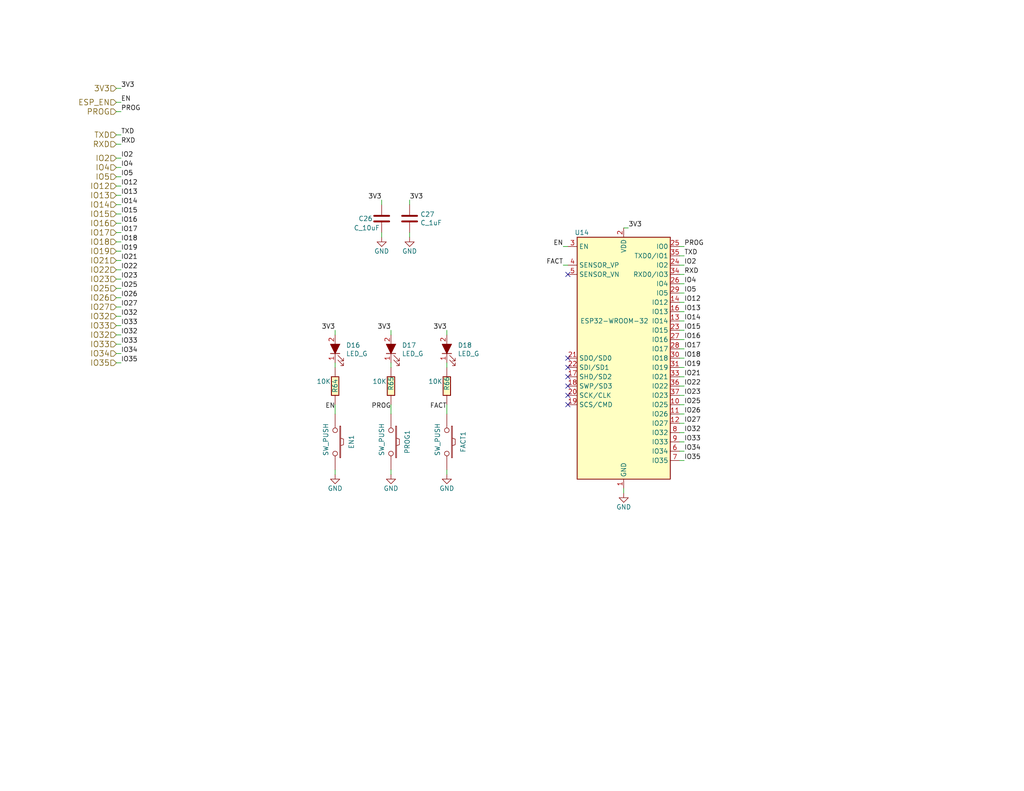
<source format=kicad_sch>
(kicad_sch (version 20211123) (generator eeschema)
  (paper "USLetter")
  (lib_symbols
    (symbol "LED_G_1" (pin_names (offset 1.016) hide)
      (property "Reference" "D" (at 0 2.54 0))
      (property "Value" "LED_G_1" (at 0 -2.54 0))
      (symbol "LED_G_1_0_1"
        (polyline (pts (xy -1.27 -1.27) (xy -1.27 1.27)) (stroke (width 0.2032)))
        (polyline (pts (xy 1.27 -1.27) (xy 1.27 1.27) (xy -1.27 0) (xy 1.27 -1.27)) (stroke (width 0.2032)) (fill (type outline)))
        (polyline (pts (xy -3.048 -0.762) (xy -4.572 -2.286) (xy -3.81 -2.286) (xy -4.572 -2.286) (xy -4.572 -1.524)))
        (polyline (pts (xy -1.778 -0.762) (xy -3.302 -2.286) (xy -2.54 -2.286) (xy -3.302 -2.286) (xy -3.302 -1.524)))
      )
      (symbol "LED_G_1_1_1"
        (pin passive line (at -3.81 0 0) (length 2.54) (name "K") (number "1"))
        (pin passive line (at 3.81 0 180) (length 2.54) (name "A") (number "2"))
      )
    )
    (symbol "Open Automation:R_10K_0402" (pin_numbers hide) (pin_names (offset 0))
      (property "Reference" "R" (at 0 0 90))
      (property "Value" "R_10K_0402" (at -1.905 0 90))
      (symbol "R_10K_0402_0_1"
        (rectangle (start -1.016 -2.54) (end 1.016 2.54) (stroke (width 0.254)) (fill (type background)))
      )
      (symbol "R_10K_0402_1_1"
        (pin passive line (at 0 -5.08 90) (length 2.54) (name "~") (number "1"))
        (pin passive line (at 0 5.08 270) (length 2.54) (name "~") (number "2"))
      )
    )
    (symbol "Open_Automation:C_10uF" (pin_numbers hide) (pin_names (offset 0.254))
      (property "Reference" "C" (at 0.635 2.54 0))
      (property "Value" "C_10uF" (at 1.27 -2.54 0))
      (symbol "C_10uF_0_1"
        (polyline (pts (xy -2.032 -0.762) (xy 2.032 -0.762)) (stroke (width 0.508)))
        (polyline (pts (xy -2.032 0.762) (xy 2.032 0.762)) (stroke (width 0.508)))
      )
      (symbol "C_10uF_1_1"
        (pin passive line (at 0 3.81 270) (length 2.794) (name "~") (number "1"))
        (pin passive line (at 0 -3.81 90) (length 2.794) (name "~") (number "2"))
      )
    )
    (symbol "Open_Automation:C_1uF" (pin_numbers hide) (pin_names (offset 0.254))
      (property "Reference" "C" (at 0.635 2.54 0))
      (property "Value" "C_1uF" (at -5.715 -2.54 0))
      (symbol "C_1uF_0_1"
        (polyline (pts (xy -2.032 -0.762) (xy 2.032 -0.762)) (stroke (width 0.508)))
        (polyline (pts (xy -2.032 0.762) (xy 2.032 0.762)) (stroke (width 0.508)))
      )
      (symbol "C_1uF_1_1"
        (pin passive line (at 0 3.81 270) (length 2.794) (name "~") (number "1"))
        (pin passive line (at 0 -3.81 90) (length 2.794) (name "~") (number "2"))
      )
    )
    (symbol "Open_Automation:ESP32-WROOM-32"
      (property "Reference" "U" (at -12.7 34.29 0))
      (property "Value" "ESP32-WROOM-32" (at 1.27 34.29 0))
      (symbol "ESP32-WROOM-32_0_1"
        (rectangle (start -12.7 33.02) (end 12.7 -33.02) (stroke (width 0.254)) (fill (type background)))
      )
      (symbol "ESP32-WROOM-32_1_1"
        (pin power_in line (at 0 -35.56 90) (length 2.54) (name "GND") (number "1"))
        (pin bidirectional line (at 15.24 -12.7 180) (length 2.54) (name "IO25") (number "10"))
        (pin bidirectional line (at 15.24 -15.24 180) (length 2.54) (name "IO26") (number "11"))
        (pin bidirectional line (at 15.24 -17.78 180) (length 2.54) (name "IO27") (number "12"))
        (pin bidirectional line (at 15.24 10.16 180) (length 2.54) (name "IO14") (number "13"))
        (pin bidirectional line (at 15.24 15.24 180) (length 2.54) (name "IO12") (number "14"))
        (pin passive line (at 0 -35.56 90) (length 2.54) hide (name "GND") (number "15"))
        (pin bidirectional line (at 15.24 12.7 180) (length 2.54) (name "IO13") (number "16"))
        (pin bidirectional line (at -15.24 -5.08 0) (length 2.54) (name "SHD/SD2") (number "17"))
        (pin bidirectional line (at -15.24 -7.62 0) (length 2.54) (name "SWP/SD3") (number "18"))
        (pin bidirectional line (at -15.24 -12.7 0) (length 2.54) (name "SCS/CMD") (number "19"))
        (pin power_in line (at 0 35.56 270) (length 2.54) (name "VDD") (number "2"))
        (pin bidirectional line (at -15.24 -10.16 0) (length 2.54) (name "SCK/CLK") (number "20"))
        (pin bidirectional line (at -15.24 0 0) (length 2.54) (name "SDO/SD0") (number "21"))
        (pin bidirectional line (at -15.24 -2.54 0) (length 2.54) (name "SDI/SD1") (number "22"))
        (pin bidirectional line (at 15.24 7.62 180) (length 2.54) (name "IO15") (number "23"))
        (pin bidirectional line (at 15.24 25.4 180) (length 2.54) (name "IO2") (number "24"))
        (pin bidirectional line (at 15.24 30.48 180) (length 2.54) (name "IO0") (number "25"))
        (pin bidirectional line (at 15.24 20.32 180) (length 2.54) (name "IO4") (number "26"))
        (pin bidirectional line (at 15.24 5.08 180) (length 2.54) (name "IO16") (number "27"))
        (pin bidirectional line (at 15.24 2.54 180) (length 2.54) (name "IO17") (number "28"))
        (pin bidirectional line (at 15.24 17.78 180) (length 2.54) (name "IO5") (number "29"))
        (pin input line (at -15.24 30.48 0) (length 2.54) (name "EN") (number "3"))
        (pin bidirectional line (at 15.24 0 180) (length 2.54) (name "IO18") (number "30"))
        (pin bidirectional line (at 15.24 -2.54 180) (length 2.54) (name "IO19") (number "31"))
        (pin no_connect line (at -12.7 -27.94 0) (length 2.54) hide (name "NC") (number "32"))
        (pin bidirectional line (at 15.24 -5.08 180) (length 2.54) (name "IO21") (number "33"))
        (pin bidirectional line (at 15.24 22.86 180) (length 2.54) (name "RXD0/IO3") (number "34"))
        (pin bidirectional line (at 15.24 27.94 180) (length 2.54) (name "TXD0/IO1") (number "35"))
        (pin bidirectional line (at 15.24 -7.62 180) (length 2.54) (name "IO22") (number "36"))
        (pin bidirectional line (at 15.24 -10.16 180) (length 2.54) (name "IO23") (number "37"))
        (pin passive line (at 0 -35.56 90) (length 2.54) hide (name "GND") (number "38"))
        (pin passive line (at 0 -35.56 90) (length 2.54) hide (name "GND") (number "39"))
        (pin input line (at -15.24 25.4 0) (length 2.54) (name "SENSOR_VP") (number "4"))
        (pin input line (at -15.24 22.86 0) (length 2.54) (name "SENSOR_VN") (number "5"))
        (pin input line (at 15.24 -25.4 180) (length 2.54) (name "IO34") (number "6"))
        (pin input line (at 15.24 -27.94 180) (length 2.54) (name "IO35") (number "7"))
        (pin bidirectional line (at 15.24 -20.32 180) (length 2.54) (name "IO32") (number "8"))
        (pin bidirectional line (at 15.24 -22.86 180) (length 2.54) (name "IO33") (number "9"))
      )
    )
    (symbol "Open_Automation:LED_G" (pin_names (offset 1.016) hide)
      (property "Reference" "D" (at 0 2.54 0))
      (property "Value" "LED_G" (at 0 -2.54 0))
      (symbol "LED_G_0_1"
        (polyline (pts (xy -1.27 -1.27) (xy -1.27 1.27)) (stroke (width 0.2032)))
        (polyline (pts (xy 1.27 -1.27) (xy 1.27 1.27) (xy -1.27 0) (xy 1.27 -1.27)) (stroke (width 0.2032)) (fill (type outline)))
        (polyline (pts (xy -3.048 -0.762) (xy -4.572 -2.286) (xy -3.81 -2.286) (xy -4.572 -2.286) (xy -4.572 -1.524)))
        (polyline (pts (xy -1.778 -0.762) (xy -3.302 -2.286) (xy -2.54 -2.286) (xy -3.302 -2.286) (xy -3.302 -1.524)))
      )
      (symbol "LED_G_1_1"
        (pin passive line (at -3.81 0 0) (length 2.54) (name "K") (number "1"))
        (pin passive line (at 3.81 0 180) (length 2.54) (name "A") (number "2"))
      )
    )
    (symbol "Open_Automation:SW_PUSH" (pin_numbers hide) (pin_names (offset 1.016) hide)
      (property "Reference" "SW" (at 3.81 2.794 0))
      (symbol "SW_PUSH_0_1"
        (rectangle (start -4.318 1.27) (end 4.318 1.524))
        (polyline (pts (xy -1.016 1.524) (xy -0.762 2.286) (xy 0.762 2.286) (xy 1.016 1.524)))
        (pin passive inverted (at -7.62 0 0) (length 5.08) (name "1") (number "1"))
        (pin passive inverted (at 7.62 0 180) (length 5.08) (name "2") (number "2"))
      )
    )
    (symbol "SW_PUSH_1" (pin_numbers hide) (pin_names (offset 1.016) hide)
      (property "Reference" "SW" (at 3.81 2.794 0))
      (symbol "SW_PUSH_1_0_1"
        (rectangle (start -4.318 1.27) (end 4.318 1.524))
        (polyline (pts (xy -1.016 1.524) (xy -0.762 2.286) (xy 0.762 2.286) (xy 1.016 1.524)))
        (pin passive inverted (at -7.62 0 0) (length 5.08) (name "1") (number "1"))
        (pin passive inverted (at 7.62 0 180) (length 5.08) (name "2") (number "2"))
      )
    )
    (symbol "SW_PUSH_2" (pin_numbers hide) (pin_names (offset 1.016) hide)
      (property "Reference" "SW" (at 3.81 2.794 0))
      (symbol "SW_PUSH_2_0_1"
        (rectangle (start -4.318 1.27) (end 4.318 1.524))
        (polyline (pts (xy -1.016 1.524) (xy -0.762 2.286) (xy 0.762 2.286) (xy 1.016 1.524)))
        (pin passive inverted (at -7.62 0 0) (length 5.08) (name "1") (number "1"))
        (pin passive inverted (at 7.62 0 180) (length 5.08) (name "2") (number "2"))
      )
    )
    (symbol "power:GND" (power) (pin_names (offset 0))
      (property "Value" "GND" (at 0 -3.81 0))
      (symbol "GND_0_1"
        (polyline (pts (xy 0 0) (xy 0 -1.27) (xy 1.27 -1.27) (xy 0 -2.54) (xy -1.27 -1.27) (xy 0 -1.27)))
      )
      (symbol "GND_1_1"
        (pin power_in line (at 0 0 270) (length 0) hide (name "GND") (number "1"))
      )
    )
  )
  (no_connect (at 154.94 74.93))
  (no_connect (at 154.94 97.79))
  (no_connect (at 154.94 100.33))
  (no_connect (at 154.94 102.87))
  (no_connect (at 154.94 107.95))
  (no_connect (at 154.94 105.41))
  (no_connect (at 154.94 110.49))
  (wire (pts (xy 33.02 43.18) (xy 31.75 43.18)))
  (wire (pts (xy 33.02 88.9) (xy 31.75 88.9)))
  (wire (pts (xy 106.68 110.49) (xy 106.68 113.03)))
  (wire (pts (xy 186.69 125.73) (xy 185.42 125.73)))
  (wire (pts (xy 185.42 95.25) (xy 186.69 95.25)))
  (wire (pts (xy 185.42 118.11) (xy 186.69 118.11)))
  (wire (pts (xy 91.44 100.33) (xy 91.44 99.06)))
  (wire (pts (xy 186.69 92.71) (xy 185.42 92.71)))
  (wire (pts (xy 106.68 90.17) (xy 106.68 91.44)))
  (wire (pts (xy 153.67 67.31) (xy 154.94 67.31)))
  (wire (pts (xy 186.69 113.03) (xy 185.42 113.03)))
  (wire (pts (xy 186.69 110.49) (xy 185.42 110.49)))
  (wire (pts (xy 171.45 62.23) (xy 170.18 62.23)))
  (wire (pts (xy 186.69 74.93) (xy 185.42 74.93)))
  (wire (pts (xy 33.02 60.96) (xy 31.75 60.96)))
  (wire (pts (xy 91.44 110.49) (xy 91.44 113.03)))
  (wire (pts (xy 33.02 48.26) (xy 31.75 48.26)))
  (wire (pts (xy 33.02 66.04) (xy 31.75 66.04)))
  (wire (pts (xy 33.02 50.8) (xy 31.75 50.8)))
  (wire (pts (xy 185.42 90.17) (xy 186.69 90.17)))
  (wire (pts (xy 185.42 123.19) (xy 186.69 123.19)))
  (wire (pts (xy 186.69 82.55) (xy 185.42 82.55)))
  (wire (pts (xy 33.02 91.44) (xy 31.75 91.44)))
  (wire (pts (xy 33.02 58.42) (xy 31.75 58.42)))
  (wire (pts (xy 106.68 99.06) (xy 106.68 100.33)))
  (wire (pts (xy 186.69 97.79) (xy 185.42 97.79)))
  (wire (pts (xy 33.02 96.52) (xy 31.75 96.52)))
  (wire (pts (xy 33.02 73.66) (xy 31.75 73.66)))
  (wire (pts (xy 185.42 69.85) (xy 186.69 69.85)))
  (wire (pts (xy 186.69 85.09) (xy 185.42 85.09)))
  (wire (pts (xy 186.69 72.39) (xy 185.42 72.39)))
  (wire (pts (xy 121.92 110.49) (xy 121.92 113.03)))
  (wire (pts (xy 33.02 39.37) (xy 31.75 39.37)))
  (wire (pts (xy 153.67 72.39) (xy 154.94 72.39)))
  (wire (pts (xy 33.02 78.74) (xy 31.75 78.74)))
  (wire (pts (xy 104.14 64.77) (xy 104.14 63.5)))
  (wire (pts (xy 186.69 105.41) (xy 185.42 105.41)))
  (wire (pts (xy 186.69 77.47) (xy 185.42 77.47)))
  (wire (pts (xy 186.69 67.31) (xy 185.42 67.31)))
  (wire (pts (xy 33.02 93.98) (xy 31.75 93.98)))
  (wire (pts (xy 121.92 99.06) (xy 121.92 100.33)))
  (wire (pts (xy 186.69 87.63) (xy 185.42 87.63)))
  (wire (pts (xy 33.02 63.5) (xy 31.75 63.5)))
  (wire (pts (xy 121.92 129.54) (xy 121.92 128.27)))
  (wire (pts (xy 33.02 71.12) (xy 31.75 71.12)))
  (wire (pts (xy 104.14 55.88) (xy 104.14 54.61)))
  (wire (pts (xy 33.02 68.58) (xy 31.75 68.58)))
  (wire (pts (xy 121.92 90.17) (xy 121.92 91.44)))
  (wire (pts (xy 170.18 133.35) (xy 170.18 134.62)))
  (wire (pts (xy 33.02 27.94) (xy 31.75 27.94)))
  (wire (pts (xy 186.69 107.95) (xy 185.42 107.95)))
  (wire (pts (xy 186.69 115.57) (xy 185.42 115.57)))
  (wire (pts (xy 33.02 36.83) (xy 31.75 36.83)))
  (wire (pts (xy 33.02 83.82) (xy 31.75 83.82)))
  (wire (pts (xy 186.69 102.87) (xy 185.42 102.87)))
  (wire (pts (xy 33.02 30.48) (xy 31.75 30.48)))
  (wire (pts (xy 91.44 90.17) (xy 91.44 91.44)))
  (wire (pts (xy 33.02 76.2) (xy 31.75 76.2)))
  (wire (pts (xy 185.42 100.33) (xy 186.69 100.33)))
  (wire (pts (xy 186.69 120.65) (xy 185.42 120.65)))
  (wire (pts (xy 111.76 54.61) (xy 111.76 55.88)))
  (wire (pts (xy 33.02 99.06) (xy 31.75 99.06)))
  (wire (pts (xy 33.02 55.88) (xy 31.75 55.88)))
  (wire (pts (xy 33.02 24.13) (xy 31.75 24.13)))
  (wire (pts (xy 106.68 129.54) (xy 106.68 128.27)))
  (wire (pts (xy 186.69 80.01) (xy 185.42 80.01)))
  (wire (pts (xy 111.76 63.5) (xy 111.76 64.77)))
  (wire (pts (xy 33.02 45.72) (xy 31.75 45.72)))
  (wire (pts (xy 33.02 81.28) (xy 31.75 81.28)))
  (wire (pts (xy 33.02 86.36) (xy 31.75 86.36)))
  (wire (pts (xy 91.44 129.54) (xy 91.44 128.27)))
  (wire (pts (xy 33.02 53.34) (xy 31.75 53.34)))
  (label "FACT" (at 121.92 111.76 180))
  (label "IO15" (at 33.02 58.42 0))
  (label "EN" (at 91.44 111.76 180))
  (label "IO19" (at 33.02 68.58 0))
  (label "IO5" (at 33.02 48.26 0))
  (label "IO23" (at 186.69 107.95 0))
  (label "IO2" (at 186.69 72.39 0))
  (label "IO27" (at 33.02 83.82 0))
  (label "3V3" (at 111.76 54.61 0))
  (label "IO13" (at 33.02 53.34 0))
  (label "PROG" (at 33.02 30.48 0))
  (label "3V3" (at 106.68 90.17 180))
  (label "IO32" (at 186.69 118.11 0))
  (label "IO26" (at 186.69 113.03 0))
  (label "IO17" (at 186.69 95.25 0))
  (label "IO35" (at 33.02 99.06 0))
  (label "3V3" (at 33.02 24.13 0))
  (label "RXD" (at 186.69 74.93 0))
  (label "EN" (at 153.67 67.31 180))
  (label "IO4" (at 186.69 77.47 0))
  (label "IO12" (at 33.02 50.8 0))
  (label "IO22" (at 186.69 105.41 0))
  (label "IO32" (at 33.02 91.44 0))
  (label "IO26" (at 33.02 81.28 0))
  (label "IO16" (at 33.02 60.96 0))
  (label "IO2" (at 33.02 43.18 0))
  (label "IO14" (at 186.69 87.63 0))
  (label "PROG" (at 106.68 111.76 180))
  (label "IO34" (at 33.02 96.52 0))
  (label "RXD" (at 33.02 39.37 0))
  (label "IO19" (at 186.69 100.33 0))
  (label "IO35" (at 186.69 125.73 0))
  (label "IO21" (at 186.69 102.87 0))
  (label "IO33" (at 33.02 93.98 0))
  (label "3V3" (at 104.14 54.61 180))
  (label "IO18" (at 33.02 66.04 0))
  (label "IO25" (at 186.69 110.49 0))
  (label "3V3" (at 171.45 62.23 0))
  (label "IO33" (at 33.02 88.9 0))
  (label "IO32" (at 33.02 86.36 0))
  (label "IO4" (at 33.02 45.72 0))
  (label "EN" (at 33.02 27.94 0))
  (label "IO27" (at 186.69 115.57 0))
  (label "IO22" (at 33.02 73.66 0))
  (label "IO17" (at 33.02 63.5 0))
  (label "IO33" (at 186.69 120.65 0))
  (label "IO23" (at 33.02 76.2 0))
  (label "IO12" (at 186.69 82.55 0))
  (label "IO13" (at 186.69 85.09 0))
  (label "FACT" (at 153.67 72.39 180))
  (label "TXD" (at 186.69 69.85 0))
  (label "IO14" (at 33.02 55.88 0))
  (label "TXD" (at 33.02 36.83 0))
  (label "IO34" (at 186.69 123.19 0))
  (label "IO16" (at 186.69 92.71 0))
  (label "IO5" (at 186.69 80.01 0))
  (label "IO21" (at 33.02 71.12 0))
  (label "3V3" (at 121.92 90.17 180))
  (label "IO18" (at 186.69 97.79 0))
  (label "3V3" (at 91.44 90.17 180))
  (label "PROG" (at 186.69 67.31 0))
  (label "IO25" (at 33.02 78.74 0))
  (label "IO15" (at 186.69 90.17 0))
  (hierarchical_label "IO4" (shape input) (at 31.75 45.72 180) (effects (font (size 1.524 1.524))))
  (hierarchical_label "IO16" (shape input) (at 31.75 60.96 180) (effects (font (size 1.524 1.524))))
  (hierarchical_label "3V3" (shape input) (at 31.75 24.13 180) (effects (font (size 1.524 1.524))))
  (hierarchical_label "IO13" (shape input) (at 31.75 53.34 180) (effects (font (size 1.524 1.524))))
  (hierarchical_label "IO19" (shape input) (at 31.75 68.58 180) (effects (font (size 1.524 1.524))))
  (hierarchical_label "PROG" (shape input) (at 31.75 30.48 180) (effects (font (size 1.524 1.524))))
  (hierarchical_label "IO25" (shape input) (at 31.75 78.74 180) (effects (font (size 1.524 1.524))))
  (hierarchical_label "IO14" (shape input) (at 31.75 55.88 180) (effects (font (size 1.524 1.524))))
  (hierarchical_label "IO33" (shape input) (at 31.75 88.9 180) (effects (font (size 1.524 1.524))))
  (hierarchical_label "IO15" (shape input) (at 31.75 58.42 180) (effects (font (size 1.524 1.524))))
  (hierarchical_label "IO26" (shape input) (at 31.75 81.28 180) (effects (font (size 1.524 1.524))))
  (hierarchical_label "IO2" (shape input) (at 31.75 43.18 180) (effects (font (size 1.524 1.524))))
  (hierarchical_label "IO5" (shape input) (at 31.75 48.26 180) (effects (font (size 1.524 1.524))))
  (hierarchical_label "RXD" (shape input) (at 31.75 39.37 180) (effects (font (size 1.524 1.524))))
  (hierarchical_label "IO17" (shape input) (at 31.75 63.5 180) (effects (font (size 1.524 1.524))))
  (hierarchical_label "IO32" (shape input) (at 31.75 91.44 180) (effects (font (size 1.524 1.524))))
  (hierarchical_label "IO33" (shape input) (at 31.75 93.98 180) (effects (font (size 1.524 1.524))))
  (hierarchical_label "IO18" (shape input) (at 31.75 66.04 180) (effects (font (size 1.524 1.524))))
  (hierarchical_label "TXD" (shape input) (at 31.75 36.83 180) (effects (font (size 1.524 1.524))))
  (hierarchical_label "IO32" (shape input) (at 31.75 86.36 180) (effects (font (size 1.524 1.524))))
  (hierarchical_label "IO12" (shape input) (at 31.75 50.8 180) (effects (font (size 1.524 1.524))))
  (hierarchical_label "IO23" (shape input) (at 31.75 76.2 180) (effects (font (size 1.524 1.524))))
  (hierarchical_label "IO34" (shape input) (at 31.75 96.52 180) (effects (font (size 1.524 1.524))))
  (hierarchical_label "IO21" (shape input) (at 31.75 71.12 180) (effects (font (size 1.524 1.524))))
  (hierarchical_label "IO35" (shape input) (at 31.75 99.06 180) (effects (font (size 1.524 1.524))))
  (hierarchical_label "IO27" (shape input) (at 31.75 83.82 180) (effects (font (size 1.524 1.524))))
  (hierarchical_label "IO22" (shape input) (at 31.75 73.66 180) (effects (font (size 1.524 1.524))))
  (hierarchical_label "ESP_EN" (shape input) (at 31.75 27.94 180) (effects (font (size 1.524 1.524))))
  (symbol (lib_id "Open_Automation:C_10uF") (at 104.14 59.69 0) (unit 1)
    (property "Reference" "C26" (at 97.79 59.69 0) (effects (justify left)))
    (property "Value" "C_10uF" (at 96.52 62.23 0) (effects (justify left)))
    (property "Footprint" "Capacitor_SMD:C_0805_2012Metric_Pad1.18x1.45mm_HandSolder" (effects hide))
    (property "Datasheet" "https://datasheet.lcsc.com/szlcsc/Samsung-Electro-Mechanics-CL21A106KAYNNNE_C15850.pdf" (effects hide))
    (property "Part Number" "CL21A106KAYNNNE" (effects hide))
    (property "LCSC" "C15850" (effects hide))
  )
  (symbol (lib_name "LED_G_1") (lib_id "Open_Automation:LED_G") (at 91.44 95.25 90) (unit 1)
    (property "Reference" "D16" (at 94.4118 94.2594 90) (effects (justify right)))
    (property "Value" "LED_G" (at 94.4118 96.5708 90) (effects (justify right)))
    (property "Footprint" "LED_SMD:LED_0603_1608Metric_Pad1.05x0.95mm_HandSolder" (effects hide))
    (property "Datasheet" "https://datasheet.lcsc.com/szlcsc/Everlight-Elec-19-217-BHC-ZL1M2RY-3T_C72041.pdf" (effects hide))
    (property "Part Number" "19-217/BHC-ZL1M2RY/3T" (effects hide))
    (property "LCSC" "C72041" (effects hide))
  )
  (symbol (lib_id "Open_Automation:LED_G") (at 106.68 95.25 90) (unit 1)
    (property "Reference" "D17" (at 109.6518 94.2594 90) (effects (justify right)))
    (property "Value" "LED_G" (at 109.6518 96.5708 90) (effects (justify right)))
    (property "Footprint" "LED_SMD:LED_0603_1608Metric_Pad1.05x0.95mm_HandSolder" (effects hide))
    (property "Datasheet" "https://datasheet.lcsc.com/szlcsc/Everlight-Elec-19-217-BHC-ZL1M2RY-3T_C72041.pdf" (effects hide))
    (property "Part Number" "19-217/BHC-ZL1M2RY/3T" (effects hide))
    (property "LCSC" "C72041" (effects hide))
  )
  (symbol (lib_name "SW_PUSH_1") (lib_id "Open_Automation:SW_PUSH") (at 106.68 120.65 270) (unit 1)
    (property "Reference" "PROG1" (at 111.125 120.65 0))
    (property "Value" "SW_PUSH" (at 104.14 120.015 0))
    (property "Footprint" "Button_Switch_SMD:SW_SPST_PTS645" (effects hide))
    (property "Datasheet" "https://datasheet.lcsc.com/szlcsc/1811082113_Korean-Hroparts-Elec-K2-1102SP-C4SC-04_C127509.pdf" (effects hide))
    (property "Part Number" "K2-1102SP-C4SC-04" (effects hide))
    (property "LCSC" "C127509" (effects hide))
  )
  (symbol (lib_id "Open_Automation:SW_PUSH") (at 91.44 120.65 270) (unit 1)
    (property "Reference" "EN1" (at 95.885 120.65 0))
    (property "Value" "SW_PUSH" (at 88.9 120.015 0))
    (property "Footprint" "Button_Switch_SMD:SW_SPST_PTS645" (effects hide))
    (property "Datasheet" "https://datasheet.lcsc.com/szlcsc/1811082113_Korean-Hroparts-Elec-K2-1102SP-C4SC-04_C127509.pdf" (effects hide))
    (property "Part Number" "K2-1102SP-C4SC-04" (effects hide))
    (property "LCSC" "C127509" (effects hide))
  )
  (symbol (lib_id "power:GND") (at 111.76 64.77 0) (unit 1)
    (property "Reference" "#PWR0102" (effects hide))
    (property "Value" "GND" (at 111.76 68.58 0))
  )
  (symbol (lib_id "power:GND") (at 104.14 64.77 0) (unit 1)
    (property "Reference" "#PWR0100" (effects hide))
    (property "Value" "GND" (at 104.14 68.58 0))
  )
  (symbol (lib_name "SW_PUSH_2") (lib_id "Open_Automation:SW_PUSH") (at 121.92 120.65 270) (unit 1)
    (property "Reference" "FACT1" (at 126.365 120.65 0))
    (property "Value" "SW_PUSH" (at 119.38 120.015 0))
    (property "Footprint" "Button_Switch_SMD:SW_SPST_PTS645" (effects hide))
    (property "Datasheet" "https://datasheet.lcsc.com/szlcsc/1811082113_Korean-Hroparts-Elec-K2-1102SP-C4SC-04_C127509.pdf" (effects hide))
    (property "Part Number" "K2-1102SP-C4SC-04" (effects hide))
    (property "LCSC" "C127509" (effects hide))
  )
  (symbol (lib_id "Open_Automation:LED_G") (at 121.92 95.25 90) (unit 1)
    (property "Reference" "D18" (at 124.8918 94.2594 90) (effects (justify right)))
    (property "Value" "LED_G" (at 124.8918 96.5708 90) (effects (justify right)))
    (property "Footprint" "LED_SMD:LED_0603_1608Metric_Pad1.05x0.95mm_HandSolder" (effects hide))
    (property "Datasheet" "https://datasheet.lcsc.com/szlcsc/Everlight-Elec-19-217-BHC-ZL1M2RY-3T_C72041.pdf" (effects hide))
    (property "Part Number" "19-217/BHC-ZL1M2RY/3T" (effects hide))
    (property "LCSC" "C72041" (effects hide))
  )
  (symbol (lib_id "power:GND") (at 121.92 129.54 0) (unit 1)
    (property "Reference" "#PWR0103" (effects hide))
    (property "Value" "GND" (at 121.92 133.35 0))
  )
  (symbol (lib_id "Open_Automation:ESP32-WROOM-32") (at 170.18 97.79 0) (unit 1)
    (property "Reference" "U14" (at 158.75 63.5 0))
    (property "Value" "ESP32-WROOM-32" (at 167.64 87.63 0))
    (property "Footprint" "RF_Module:ESP32-WROOM-32" (effects hide))
    (property "Datasheet" "https://datasheet.lcsc.com/szlcsc/2007061615_Espressif-Systems-ESP32-WROOM-32_C82899.pdf" (effects hide))
    (property "LCSC" "C82899" (effects hide))
  )
  (symbol (lib_id "power:GND") (at 170.18 134.62 0) (unit 1)
    (property "Reference" "#PWR0104" (effects hide))
    (property "Value" "GND" (at 170.18 138.43 0))
  )
  (symbol (lib_id "power:GND") (at 91.44 129.54 0) (unit 1)
    (property "Reference" "#PWR099" (effects hide))
    (property "Value" "GND" (at 91.44 133.35 0))
  )
  (symbol (lib_id "power:GND") (at 106.68 129.54 0) (unit 1)
    (property "Reference" "#PWR0101" (effects hide))
    (property "Value" "GND" (at 106.68 133.35 0))
  )
  (symbol (lib_id "Open_Automation:C_1uF") (at 111.76 59.69 0) (unit 1)
    (property "Reference" "C27" (at 114.681 58.5216 0) (effects (justify left)))
    (property "Value" "C_1uF" (at 114.681 60.833 0) (effects (justify left)))
    (property "Footprint" "Capacitor_SMD:C_0402_1005Metric_Pad0.74x0.62mm_HandSolder" (effects hide))
    (property "Datasheet" "https://datasheet.lcsc.com/szlcsc/Samsung-Electro-Mechanics-CL05A105KA5NQNC_C52923.pdf" (effects hide))
    (property "LCSC" "C52923" (effects hide))
    (property "Part Number" "CL05A105KA5NQNC" (effects hide))
  )
  (symbol (lib_id "Open Automation:R_10K_0402") (at 91.44 105.41 0) (unit 1)
    (property "Reference" "R64" (at 91.44 107.315 90) (effects (justify left)))
    (property "Value" "10K" (at 86.36 104.14 0) (effects (justify left)))
    (property "Footprint" "Resistor_SMD:R_0402_1005Metric_Pad0.72x0.64mm_HandSolder" (effects hide))
    (property "Datasheet" "https://datasheet.lcsc.com/szlcsc/Uniroyal-Elec-0402WGF1002TCE_C25744.pdf" (effects hide))
    (property "Part Number" "0402WGF1002TCE" (effects hide))
    (property "LCSC" "C25744" (effects hide))
  )
  (symbol (lib_id "Open Automation:R_10K_0402") (at 106.68 105.41 0) (unit 1)
    (property "Reference" "R65" (at 106.68 106.68 90) (effects (justify left)))
    (property "Value" "10K" (at 101.6 104.14 0) (effects (justify left)))
    (property "Footprint" "Resistor_SMD:R_0402_1005Metric_Pad0.72x0.64mm_HandSolder" (effects hide))
    (property "Datasheet" "https://datasheet.lcsc.com/szlcsc/Uniroyal-Elec-0402WGF1002TCE_C25744.pdf" (effects hide))
    (property "Part Number" "0402WGF1002TCE" (effects hide))
    (property "LCSC" "C25744" (effects hide))
  )
  (symbol (lib_id "Open Automation:R_10K_0402") (at 121.92 105.41 0) (unit 1)
    (property "Reference" "R66" (at 121.92 106.68 90) (effects (justify left)))
    (property "Value" "10K" (at 116.84 104.14 0) (effects (justify left)))
    (property "Footprint" "Resistor_SMD:R_0402_1005Metric_Pad0.72x0.64mm_HandSolder" (effects hide))
    (property "Datasheet" "https://datasheet.lcsc.com/szlcsc/Uniroyal-Elec-0402WGF1002TCE_C25744.pdf" (effects hide))
    (property "Part Number" "0402WGF1002TCE" (effects hide))
    (property "LCSC" "C25744" (effects hide))
  )
)
</source>
